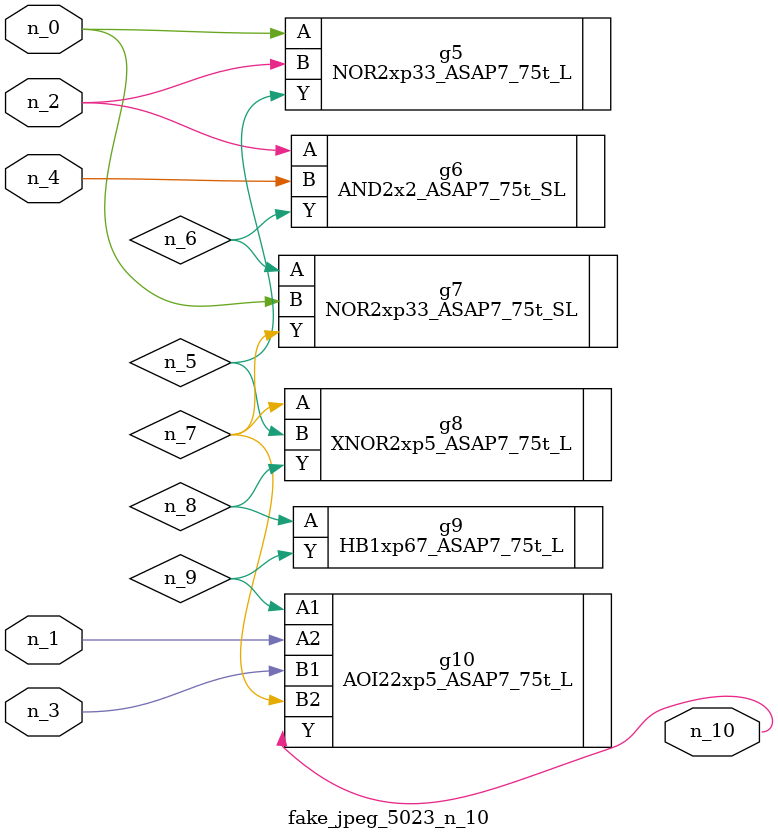
<source format=v>
module fake_jpeg_5023_n_10 (n_3, n_2, n_1, n_0, n_4, n_10);

input n_3;
input n_2;
input n_1;
input n_0;
input n_4;

output n_10;

wire n_8;
wire n_9;
wire n_6;
wire n_5;
wire n_7;

NOR2xp33_ASAP7_75t_L g5 ( 
.A(n_0),
.B(n_2),
.Y(n_5)
);

AND2x2_ASAP7_75t_SL g6 ( 
.A(n_2),
.B(n_4),
.Y(n_6)
);

NOR2xp33_ASAP7_75t_SL g7 ( 
.A(n_6),
.B(n_0),
.Y(n_7)
);

XNOR2xp5_ASAP7_75t_L g8 ( 
.A(n_7),
.B(n_5),
.Y(n_8)
);

HB1xp67_ASAP7_75t_L g9 ( 
.A(n_8),
.Y(n_9)
);

AOI22xp5_ASAP7_75t_L g10 ( 
.A1(n_9),
.A2(n_1),
.B1(n_3),
.B2(n_7),
.Y(n_10)
);


endmodule
</source>
